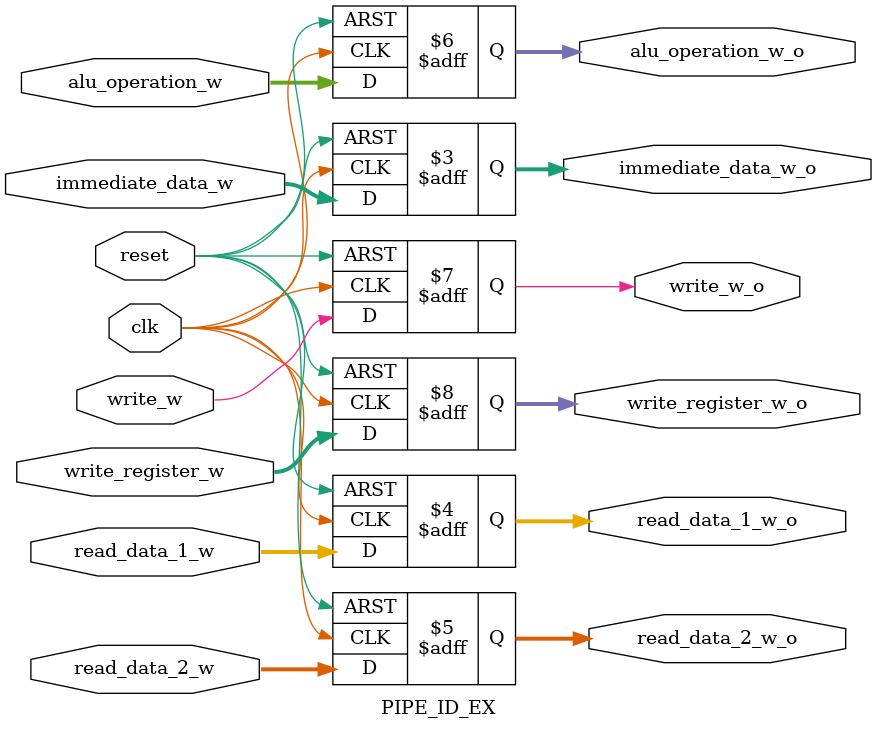
<source format=v>
module PIPE_ID_EX
(
	input clk,
	input reset,
	input [31:0] immediate_data_w,
	input [31:0] read_data_1_w,
	input [31:0] read_data_2_w,
	input [3:0] alu_operation_w,
	input write_w,
	input [4:0] write_register_w,

	output reg [31:0] immediate_data_w_o,
	output reg [31:0] read_data_1_w_o,
	output reg [31:0] read_data_2_w_o,
	output reg [3:0] alu_operation_w_o,
	output reg write_w_o,
	output reg [4:0] write_register_w_o
);

always @(negedge reset or posedge clk)
	begin
		if (reset == 0)
			begin
				immediate_data_w_o <= 0;
				read_data_1_w_o <= 0;
				read_data_2_w_o <= 0;
				alu_operation_w_o <= 0;
				write_w_o <= 0;
				write_register_w_o <= 0;
			end
		else
			begin
				immediate_data_w_o <= immediate_data_w;
				read_data_1_w_o <= read_data_1_w;
				read_data_2_w_o <= read_data_2_w;
				alu_operation_w_o <= alu_operation_w;
				write_w_o <= write_w;
				write_register_w_o <= write_register_w;
			end
	end

endmodule
</source>
